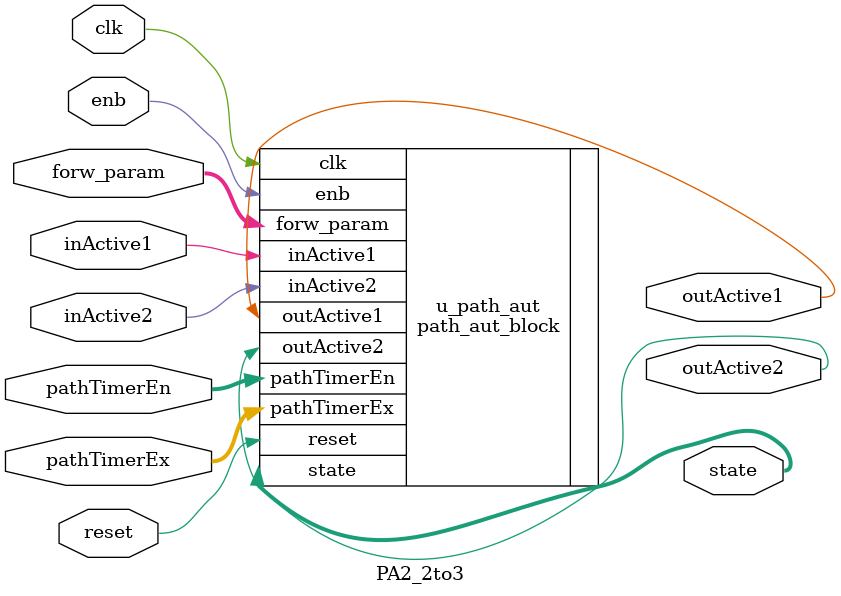
<source format=v>



`timescale 1 ns / 1 ns

module PA2_2to3
          (
           clk,
           reset,
           enb,
           inActive1,
           inActive2,
           pathTimerEn,
           pathTimerEx,
           forw_param,
           outActive1,
           outActive2,
           state
          );


  input   clk;
  input   reset;
  input   enb;
  input   inActive1;
  input   inActive2;
  input   [15:0] pathTimerEn;  // uint16
  input   [15:0] pathTimerEx;  // uint16
  input   [15:0] forw_param;  // uint16
  output  outActive1;
  output  outActive2;
  output  [7:0] state;  // uint8




  path_aut_block   u_path_aut   (.clk(clk),
                                 .reset(reset),
                                 .enb(enb),
                                 .inActive1(inActive1),
                                 .inActive2(inActive2),
                                 .forw_param(forw_param),  // uint16
                                 .pathTimerEn(pathTimerEn),  // uint16
                                 .pathTimerEx(pathTimerEx),  // uint16
                                 .outActive1(outActive1),
                                 .outActive2(outActive2),
                                 .state(state)  // uint8
                                 );

endmodule  // PA2_2to3


</source>
